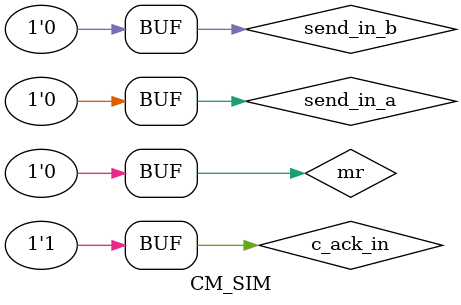
<source format=v>
`timescale 1ns / 100ps
module CM_SIM();
reg send_in_a, send_in_b, mr, c_ack_in;
wire c_ack_out, ack_out_a, ack_out_b, cp_a, cp_b, c_cp, aeb, c_send_out, cm_send_out;
CM_JOIN cm(.Send_in_a(send_in_a), .Send_in_b(send_in_b), .Ack_in(c_ack_out), .MR(mr), .Ack_out_a(ack_out_a),
           .Ack_out_b(ack_out_b), .Send_out(cm_send_out), .CP_a(cp_a), .CP_b(cp_b), .AEB(aeb));

C c(.Send_in(cm_send_out), .Ack_in(c_ack_in), .MR(mr), .Ack_out(c_ack_out), .Send_out(c_send_out), .CP(c_cp));

initial begin
    // send_in_a = 1;
    c_ack_in = 1;
    
    mr = 1;
#50 mr = 0;
// #10  send_in_a = 0;
// #10  send_in_a = 1;
// #10  send_in_b = 0;
// #10  send_in_b = 1;

// #10  send_in_b = 0;
// #5  send_in_a = 0;
// #5  send_in_b = 1;
// #5  send_in_a = 1;
end


initial begin
    send_in_b = 1;
    #15  send_in_b = 0;
    #10  send_in_b = 1;
    #10  send_in_b = 0;
    #10  send_in_b = 1;

    #10  send_in_b = 0;
    #10  send_in_b = 1;
    #10  send_in_b = 0;
    #10  send_in_b = 1;
    #10  send_in_b = 0;
end

always begin
    send_in_a = 1;
#10 send_in_a = 0;
#10;    
end

// always begin
//     send_in_b = 0;
// #10 send_in_b = 1;
// #10;    
// end

endmodule
</source>
